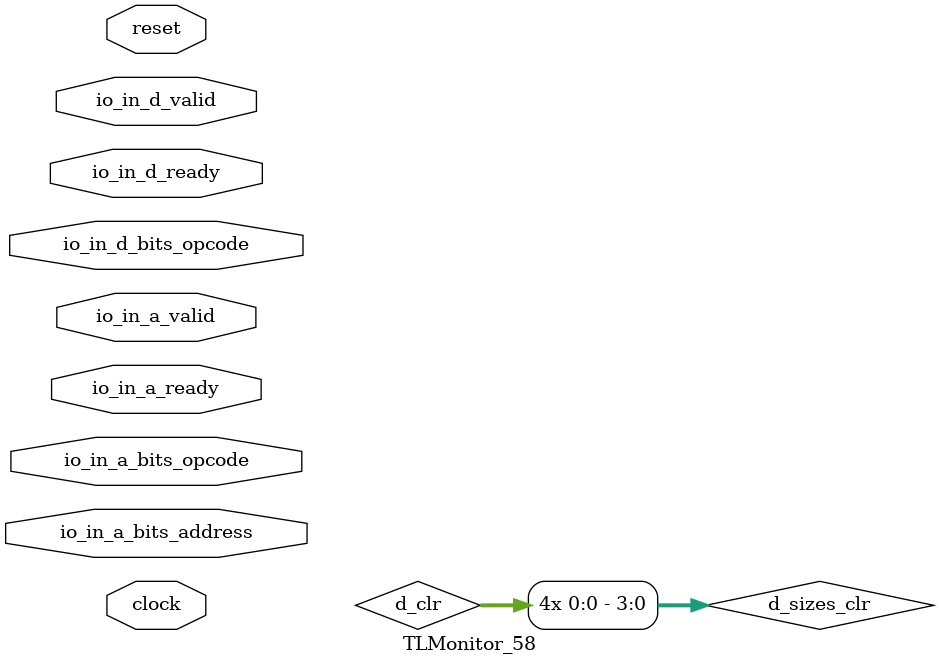
<source format=sv>

`ifndef STOP_COND_
  `ifdef STOP_COND
    `define STOP_COND_ (`STOP_COND)
  `else  // STOP_COND
    `define STOP_COND_ 1
  `endif // STOP_COND
`endif // not def STOP_COND_

// Users can define 'ASSERT_VERBOSE_COND' to add an extra gate to assert error printing.
`ifndef ASSERT_VERBOSE_COND_
  `ifdef ASSERT_VERBOSE_COND
    `define ASSERT_VERBOSE_COND_ (`ASSERT_VERBOSE_COND)
  `else  // ASSERT_VERBOSE_COND
    `define ASSERT_VERBOSE_COND_ 1
  `endif // ASSERT_VERBOSE_COND
`endif // not def ASSERT_VERBOSE_COND_

// Include register initializers in init blocks unless synthesis is set
`ifndef RANDOMIZE
  `ifdef RANDOMIZE_REG_INIT
    `define RANDOMIZE
  `endif // RANDOMIZE_REG_INIT
`endif // not def RANDOMIZE
`ifndef SYNTHESIS
  `ifndef ENABLE_INITIAL_REG_
    `define ENABLE_INITIAL_REG_
  `endif // not def ENABLE_INITIAL_REG_
`endif // not def SYNTHESIS

// Standard header to adapt well known macros for register randomization.

// RANDOM may be set to an expression that produces a 32-bit random unsigned value.
`ifndef RANDOM
  `define RANDOM $random
`endif // not def RANDOM

// Users can define INIT_RANDOM as general code that gets injected into the
// initializer block for modules with registers.
`ifndef INIT_RANDOM
  `define INIT_RANDOM
`endif // not def INIT_RANDOM

// If using random initialization, you can also define RANDOMIZE_DELAY to
// customize the delay used, otherwise 0.002 is used.
`ifndef RANDOMIZE_DELAY
  `define RANDOMIZE_DELAY 0.002
`endif // not def RANDOMIZE_DELAY

// Define INIT_RANDOM_PROLOG_ for use in our modules below.
`ifndef INIT_RANDOM_PROLOG_
  `ifdef RANDOMIZE
    `ifdef VERILATOR
      `define INIT_RANDOM_PROLOG_ `INIT_RANDOM
    `else  // VERILATOR
      `define INIT_RANDOM_PROLOG_ `INIT_RANDOM #`RANDOMIZE_DELAY begin end
    `endif // VERILATOR
  `else  // RANDOMIZE
    `define INIT_RANDOM_PROLOG_
  `endif // RANDOMIZE
`endif // not def INIT_RANDOM_PROLOG_
module TLMonitor_58(	// @[generators/rocket-chip/src/main/scala/tilelink/Monitor.scala:36:7]
  input       clock,	// @[generators/rocket-chip/src/main/scala/tilelink/Monitor.scala:36:7]
  input       reset,	// @[generators/rocket-chip/src/main/scala/tilelink/Monitor.scala:36:7]
  input       io_in_a_ready,	// @[generators/rocket-chip/src/main/scala/tilelink/Monitor.scala:20:14]
  input       io_in_a_valid,	// @[generators/rocket-chip/src/main/scala/tilelink/Monitor.scala:20:14]
  input [2:0] io_in_a_bits_opcode,	// @[generators/rocket-chip/src/main/scala/tilelink/Monitor.scala:20:14]
  input [6:0] io_in_a_bits_address,	// @[generators/rocket-chip/src/main/scala/tilelink/Monitor.scala:20:14]
  input       io_in_d_ready,	// @[generators/rocket-chip/src/main/scala/tilelink/Monitor.scala:20:14]
  input       io_in_d_valid,	// @[generators/rocket-chip/src/main/scala/tilelink/Monitor.scala:20:14]
  input [2:0] io_in_d_bits_opcode	// @[generators/rocket-chip/src/main/scala/tilelink/Monitor.scala:20:14]
);

  wire [31:0] _plusarg_reader_1_out;	// @[generators/rocket-chip/src/main/scala/util/PlusArg.scala:80:11]
  wire [31:0] _plusarg_reader_out;	// @[generators/rocket-chip/src/main/scala/util/PlusArg.scala:80:11]
  wire        a_first_done = io_in_a_ready & io_in_a_valid;	// @[src/main/scala/chisel3/util/Decoupled.scala:51:35]
  reg         a_first_counter;	// @[generators/rocket-chip/src/main/scala/tilelink/Edges.scala:229:27]
  reg  [2:0]  opcode;	// @[generators/rocket-chip/src/main/scala/tilelink/Monitor.scala:387:22]
  reg  [6:0]  address;	// @[generators/rocket-chip/src/main/scala/tilelink/Monitor.scala:391:22]
  reg         d_first_counter;	// @[generators/rocket-chip/src/main/scala/tilelink/Edges.scala:229:27]
  reg  [2:0]  opcode_1;	// @[generators/rocket-chip/src/main/scala/tilelink/Monitor.scala:538:22]
  reg  [1:0]  inflight;	// @[generators/rocket-chip/src/main/scala/tilelink/Monitor.scala:614:27]
  reg  [3:0]  inflight_opcodes;	// @[generators/rocket-chip/src/main/scala/tilelink/Monitor.scala:616:35]
  reg  [3:0]  inflight_sizes;	// @[generators/rocket-chip/src/main/scala/tilelink/Monitor.scala:618:33]
  reg         a_first_counter_1;	// @[generators/rocket-chip/src/main/scala/tilelink/Edges.scala:229:27]
  reg         d_first_counter_1;	// @[generators/rocket-chip/src/main/scala/tilelink/Edges.scala:229:27]
  wire        a_set = a_first_done & ~a_first_counter_1;	// @[generators/rocket-chip/src/main/scala/tilelink/Edges.scala:229:27, :231:25, generators/rocket-chip/src/main/scala/tilelink/Monitor.scala:655:25, src/main/scala/chisel3/util/Decoupled.scala:51:35]
  wire        d_release_ack = io_in_d_bits_opcode == 3'h6;	// @[generators/rocket-chip/src/main/scala/tilelink/Monitor.scala:673:46]
  wire        _GEN = io_in_d_bits_opcode != 3'h6;	// @[generators/rocket-chip/src/main/scala/tilelink/Monitor.scala:673:46, :674:74]
  reg  [31:0] watchdog;	// @[generators/rocket-chip/src/main/scala/tilelink/Monitor.scala:709:27]
  reg  [1:0]  inflight_1;	// @[generators/rocket-chip/src/main/scala/tilelink/Monitor.scala:726:35]
  reg  [3:0]  inflight_sizes_1;	// @[generators/rocket-chip/src/main/scala/tilelink/Monitor.scala:728:35]
  reg         d_first_counter_2;	// @[generators/rocket-chip/src/main/scala/tilelink/Edges.scala:229:27]
  reg  [31:0] watchdog_1;	// @[generators/rocket-chip/src/main/scala/tilelink/Monitor.scala:818:27]
  `ifndef SYNTHESIS	// @[generators/rocket-chip/src/main/scala/tilelink/Monitor.scala:45:11]
    wire [7:0][2:0] _GEN_0 = '{3'h4, 3'h5, 3'h2, 3'h1, 3'h1, 3'h1, 3'h0, 3'h0};
    wire [7:0][2:0] _GEN_1 = '{3'h4, 3'h4, 3'h2, 3'h1, 3'h1, 3'h1, 3'h0, 3'h0};
    wire            _GEN_2 = io_in_a_valid & io_in_a_bits_opcode == 3'h6 & ~reset;	// @[generators/rocket-chip/src/main/scala/tilelink/Monitor.scala:45:11, :84:{25,54}]
    wire            _GEN_3 = io_in_a_valid & (&io_in_a_bits_opcode) & ~reset;	// @[generators/rocket-chip/src/main/scala/tilelink/Monitor.scala:45:11, :95:{25,53}]
    wire            _GEN_4 = {io_in_a_bits_address[6:4] ^ 3'h4, io_in_a_bits_address[2]} == 4'h0 | io_in_a_bits_address[6:3] == 4'hA;	// @[generators/rocket-chip/src/main/scala/diplomacy/Parameters.scala:137:{31,41,46,59}, generators/rocket-chip/src/main/scala/tilelink/Monitor.scala:20:14, :36:7, generators/rocket-chip/src/main/scala/tilelink/Parameters.scala:685:42]
    wire            _GEN_5 = io_in_a_valid & io_in_a_bits_opcode == 3'h4 & ~reset;	// @[generators/rocket-chip/src/main/scala/tilelink/Monitor.scala:36:7, :45:11, :107:{25,45}]
    wire            _GEN_6 = io_in_a_valid & io_in_a_bits_opcode == 3'h0 & ~reset;	// @[generators/rocket-chip/src/main/scala/tilelink/Monitor.scala:36:7, :45:11, :117:{25,53}]
    wire            _GEN_7 = io_in_a_valid & io_in_a_bits_opcode == 3'h1 & ~reset;	// @[generators/rocket-chip/src/main/scala/tilelink/Monitor.scala:36:7, :45:11, :125:{25,56}]
    wire            _GEN_8 = io_in_a_valid & io_in_a_bits_opcode == 3'h2 & ~reset;	// @[generators/rocket-chip/src/main/scala/tilelink/Monitor.scala:45:11, :133:{25,56}]
    wire            _GEN_9 = io_in_a_valid & io_in_a_bits_opcode == 3'h3 & ~reset;	// @[generators/rocket-chip/src/main/scala/tilelink/Monitor.scala:45:11, :141:{25,53}]
    wire            _GEN_10 = io_in_a_valid & io_in_a_bits_opcode == 3'h5 & ~reset;	// @[generators/rocket-chip/src/main/scala/tilelink/Monitor.scala:45:11, :149:{25,46}]
    wire            _GEN_11 = io_in_a_valid & a_first_counter & ~reset;	// @[generators/rocket-chip/src/main/scala/tilelink/Edges.scala:229:27, generators/rocket-chip/src/main/scala/tilelink/Monitor.scala:45:11, :392:19]
    wire            _same_cycle_resp_T_1 = io_in_a_valid & ~a_first_counter_1;	// @[generators/rocket-chip/src/main/scala/tilelink/Edges.scala:229:27, :231:25, generators/rocket-chip/src/main/scala/tilelink/Monitor.scala:651:26]
    wire            _GEN_12 = io_in_d_valid & ~d_first_counter_1;	// @[generators/rocket-chip/src/main/scala/tilelink/Edges.scala:229:27, :231:25, generators/rocket-chip/src/main/scala/tilelink/Monitor.scala:674:26]
    wire            _GEN_13 = _GEN_12 & _GEN;	// @[generators/rocket-chip/src/main/scala/tilelink/Monitor.scala:673:46, :674:{26,74}, :683:71]
    wire            _GEN_14 = _GEN_13 & ~_same_cycle_resp_T_1 & ~reset;	// @[generators/rocket-chip/src/main/scala/tilelink/Monitor.scala:45:11, :52:11, :651:26, :683:71, :687:30]
    wire            _GEN_15 = io_in_d_valid & ~d_first_counter_2 & d_release_ack & ~reset;	// @[generators/rocket-chip/src/main/scala/tilelink/Edges.scala:229:27, :231:25, generators/rocket-chip/src/main/scala/tilelink/Monitor.scala:45:11, :52:11, :673:46, :784:26, :794:71]
    always @(posedge clock) begin	// @[generators/rocket-chip/src/main/scala/tilelink/Monitor.scala:45:11]
      if (_GEN_2) begin	// @[generators/rocket-chip/src/main/scala/tilelink/Monitor.scala:45:11, :84:54]
        if (`ASSERT_VERBOSE_COND_)	// @[generators/rocket-chip/src/main/scala/tilelink/Monitor.scala:45:11]
          $error("Assertion failed: 'A' channel carries AcquireBlock type which is unexpected using diplomatic parameters (connected at generators/rocket-chip/src/main/scala/devices/debug/Debug.scala:706:19)\n    at Monitor.scala:45 assert(cond, message)\n");	// @[generators/rocket-chip/src/main/scala/tilelink/Monitor.scala:45:11]
        if (`STOP_COND_)	// @[generators/rocket-chip/src/main/scala/tilelink/Monitor.scala:45:11]
          $fatal;	// @[generators/rocket-chip/src/main/scala/tilelink/Monitor.scala:45:11]
        if (`ASSERT_VERBOSE_COND_)	// @[generators/rocket-chip/src/main/scala/tilelink/Monitor.scala:45:11]
          $error("Assertion failed: 'A' channel carries AcquireBlock from a client which does not support Probe (connected at generators/rocket-chip/src/main/scala/devices/debug/Debug.scala:706:19)\n    at Monitor.scala:45 assert(cond, message)\n");	// @[generators/rocket-chip/src/main/scala/tilelink/Monitor.scala:45:11]
        if (`STOP_COND_)	// @[generators/rocket-chip/src/main/scala/tilelink/Monitor.scala:45:11]
          $fatal;	// @[generators/rocket-chip/src/main/scala/tilelink/Monitor.scala:45:11]
      end
      if (_GEN_2 & (|(io_in_a_bits_address[1:0]))) begin	// @[generators/rocket-chip/src/main/scala/tilelink/Edges.scala:21:{16,24}, generators/rocket-chip/src/main/scala/tilelink/Monitor.scala:45:11, :84:54]
        if (`ASSERT_VERBOSE_COND_)	// @[generators/rocket-chip/src/main/scala/tilelink/Monitor.scala:45:11]
          $error("Assertion failed: 'A' channel AcquireBlock address not aligned to size (connected at generators/rocket-chip/src/main/scala/devices/debug/Debug.scala:706:19)\n    at Monitor.scala:45 assert(cond, message)\n");	// @[generators/rocket-chip/src/main/scala/tilelink/Monitor.scala:45:11]
        if (`STOP_COND_)	// @[generators/rocket-chip/src/main/scala/tilelink/Monitor.scala:45:11]
          $fatal;	// @[generators/rocket-chip/src/main/scala/tilelink/Monitor.scala:45:11]
      end
      if (_GEN_3) begin	// @[generators/rocket-chip/src/main/scala/tilelink/Monitor.scala:45:11, :95:53]
        if (`ASSERT_VERBOSE_COND_)	// @[generators/rocket-chip/src/main/scala/tilelink/Monitor.scala:45:11]
          $error("Assertion failed: 'A' channel carries AcquirePerm type which is unexpected using diplomatic parameters (connected at generators/rocket-chip/src/main/scala/devices/debug/Debug.scala:706:19)\n    at Monitor.scala:45 assert(cond, message)\n");	// @[generators/rocket-chip/src/main/scala/tilelink/Monitor.scala:45:11]
        if (`STOP_COND_)	// @[generators/rocket-chip/src/main/scala/tilelink/Monitor.scala:45:11]
          $fatal;	// @[generators/rocket-chip/src/main/scala/tilelink/Monitor.scala:45:11]
        if (`ASSERT_VERBOSE_COND_)	// @[generators/rocket-chip/src/main/scala/tilelink/Monitor.scala:45:11]
          $error("Assertion failed: 'A' channel carries AcquirePerm from a client which does not support Probe (connected at generators/rocket-chip/src/main/scala/devices/debug/Debug.scala:706:19)\n    at Monitor.scala:45 assert(cond, message)\n");	// @[generators/rocket-chip/src/main/scala/tilelink/Monitor.scala:45:11]
        if (`STOP_COND_)	// @[generators/rocket-chip/src/main/scala/tilelink/Monitor.scala:45:11]
          $fatal;	// @[generators/rocket-chip/src/main/scala/tilelink/Monitor.scala:45:11]
      end
      if (_GEN_3 & (|(io_in_a_bits_address[1:0]))) begin	// @[generators/rocket-chip/src/main/scala/tilelink/Edges.scala:21:{16,24}, generators/rocket-chip/src/main/scala/tilelink/Monitor.scala:45:11, :95:53]
        if (`ASSERT_VERBOSE_COND_)	// @[generators/rocket-chip/src/main/scala/tilelink/Monitor.scala:45:11]
          $error("Assertion failed: 'A' channel AcquirePerm address not aligned to size (connected at generators/rocket-chip/src/main/scala/devices/debug/Debug.scala:706:19)\n    at Monitor.scala:45 assert(cond, message)\n");	// @[generators/rocket-chip/src/main/scala/tilelink/Monitor.scala:45:11]
        if (`STOP_COND_)	// @[generators/rocket-chip/src/main/scala/tilelink/Monitor.scala:45:11]
          $fatal;	// @[generators/rocket-chip/src/main/scala/tilelink/Monitor.scala:45:11]
      end
      if (_GEN_3) begin	// @[generators/rocket-chip/src/main/scala/tilelink/Monitor.scala:45:11, :95:53]
        if (`ASSERT_VERBOSE_COND_)	// @[generators/rocket-chip/src/main/scala/tilelink/Monitor.scala:45:11]
          $error("Assertion failed: 'A' channel AcquirePerm requests NtoB (connected at generators/rocket-chip/src/main/scala/devices/debug/Debug.scala:706:19)\n    at Monitor.scala:45 assert(cond, message)\n");	// @[generators/rocket-chip/src/main/scala/tilelink/Monitor.scala:45:11]
        if (`STOP_COND_)	// @[generators/rocket-chip/src/main/scala/tilelink/Monitor.scala:45:11]
          $fatal;	// @[generators/rocket-chip/src/main/scala/tilelink/Monitor.scala:45:11]
      end
      if (_GEN_5 & ~_GEN_4) begin	// @[generators/rocket-chip/src/main/scala/tilelink/Monitor.scala:45:11, :107:45, generators/rocket-chip/src/main/scala/tilelink/Parameters.scala:685:42]
        if (`ASSERT_VERBOSE_COND_)	// @[generators/rocket-chip/src/main/scala/tilelink/Monitor.scala:45:11]
          $error("Assertion failed: 'A' channel carries Get type which slave claims it can't support (connected at generators/rocket-chip/src/main/scala/devices/debug/Debug.scala:706:19)\n    at Monitor.scala:45 assert(cond, message)\n");	// @[generators/rocket-chip/src/main/scala/tilelink/Monitor.scala:45:11]
        if (`STOP_COND_)	// @[generators/rocket-chip/src/main/scala/tilelink/Monitor.scala:45:11]
          $fatal;	// @[generators/rocket-chip/src/main/scala/tilelink/Monitor.scala:45:11]
      end
      if (_GEN_5 & (|(io_in_a_bits_address[1:0]))) begin	// @[generators/rocket-chip/src/main/scala/tilelink/Edges.scala:21:{16,24}, generators/rocket-chip/src/main/scala/tilelink/Monitor.scala:45:11, :107:45]
        if (`ASSERT_VERBOSE_COND_)	// @[generators/rocket-chip/src/main/scala/tilelink/Monitor.scala:45:11]
          $error("Assertion failed: 'A' channel Get address not aligned to size (connected at generators/rocket-chip/src/main/scala/devices/debug/Debug.scala:706:19)\n    at Monitor.scala:45 assert(cond, message)\n");	// @[generators/rocket-chip/src/main/scala/tilelink/Monitor.scala:45:11]
        if (`STOP_COND_)	// @[generators/rocket-chip/src/main/scala/tilelink/Monitor.scala:45:11]
          $fatal;	// @[generators/rocket-chip/src/main/scala/tilelink/Monitor.scala:45:11]
      end
      if (_GEN_6 & ~_GEN_4) begin	// @[generators/rocket-chip/src/main/scala/tilelink/Monitor.scala:45:11, :117:53, generators/rocket-chip/src/main/scala/tilelink/Parameters.scala:685:42]
        if (`ASSERT_VERBOSE_COND_)	// @[generators/rocket-chip/src/main/scala/tilelink/Monitor.scala:45:11]
          $error("Assertion failed: 'A' channel carries PutFull type which is unexpected using diplomatic parameters (connected at generators/rocket-chip/src/main/scala/devices/debug/Debug.scala:706:19)\n    at Monitor.scala:45 assert(cond, message)\n");	// @[generators/rocket-chip/src/main/scala/tilelink/Monitor.scala:45:11]
        if (`STOP_COND_)	// @[generators/rocket-chip/src/main/scala/tilelink/Monitor.scala:45:11]
          $fatal;	// @[generators/rocket-chip/src/main/scala/tilelink/Monitor.scala:45:11]
      end
      if (_GEN_6 & (|(io_in_a_bits_address[1:0]))) begin	// @[generators/rocket-chip/src/main/scala/tilelink/Edges.scala:21:{16,24}, generators/rocket-chip/src/main/scala/tilelink/Monitor.scala:45:11, :117:53]
        if (`ASSERT_VERBOSE_COND_)	// @[generators/rocket-chip/src/main/scala/tilelink/Monitor.scala:45:11]
          $error("Assertion failed: 'A' channel PutFull address not aligned to size (connected at generators/rocket-chip/src/main/scala/devices/debug/Debug.scala:706:19)\n    at Monitor.scala:45 assert(cond, message)\n");	// @[generators/rocket-chip/src/main/scala/tilelink/Monitor.scala:45:11]
        if (`STOP_COND_)	// @[generators/rocket-chip/src/main/scala/tilelink/Monitor.scala:45:11]
          $fatal;	// @[generators/rocket-chip/src/main/scala/tilelink/Monitor.scala:45:11]
      end
      if (_GEN_7) begin	// @[generators/rocket-chip/src/main/scala/tilelink/Monitor.scala:45:11, :125:56]
        if (`ASSERT_VERBOSE_COND_)	// @[generators/rocket-chip/src/main/scala/tilelink/Monitor.scala:45:11]
          $error("Assertion failed: 'A' channel carries PutPartial type which is unexpected using diplomatic parameters (connected at generators/rocket-chip/src/main/scala/devices/debug/Debug.scala:706:19)\n    at Monitor.scala:45 assert(cond, message)\n");	// @[generators/rocket-chip/src/main/scala/tilelink/Monitor.scala:45:11]
        if (`STOP_COND_)	// @[generators/rocket-chip/src/main/scala/tilelink/Monitor.scala:45:11]
          $fatal;	// @[generators/rocket-chip/src/main/scala/tilelink/Monitor.scala:45:11]
      end
      if (_GEN_7 & (|(io_in_a_bits_address[1:0]))) begin	// @[generators/rocket-chip/src/main/scala/tilelink/Edges.scala:21:{16,24}, generators/rocket-chip/src/main/scala/tilelink/Monitor.scala:45:11, :125:56]
        if (`ASSERT_VERBOSE_COND_)	// @[generators/rocket-chip/src/main/scala/tilelink/Monitor.scala:45:11]
          $error("Assertion failed: 'A' channel PutPartial address not aligned to size (connected at generators/rocket-chip/src/main/scala/devices/debug/Debug.scala:706:19)\n    at Monitor.scala:45 assert(cond, message)\n");	// @[generators/rocket-chip/src/main/scala/tilelink/Monitor.scala:45:11]
        if (`STOP_COND_)	// @[generators/rocket-chip/src/main/scala/tilelink/Monitor.scala:45:11]
          $fatal;	// @[generators/rocket-chip/src/main/scala/tilelink/Monitor.scala:45:11]
      end
      if (_GEN_8) begin	// @[generators/rocket-chip/src/main/scala/tilelink/Monitor.scala:45:11, :133:56]
        if (`ASSERT_VERBOSE_COND_)	// @[generators/rocket-chip/src/main/scala/tilelink/Monitor.scala:45:11]
          $error("Assertion failed: 'A' channel carries Arithmetic type which is unexpected using diplomatic parameters (connected at generators/rocket-chip/src/main/scala/devices/debug/Debug.scala:706:19)\n    at Monitor.scala:45 assert(cond, message)\n");	// @[generators/rocket-chip/src/main/scala/tilelink/Monitor.scala:45:11]
        if (`STOP_COND_)	// @[generators/rocket-chip/src/main/scala/tilelink/Monitor.scala:45:11]
          $fatal;	// @[generators/rocket-chip/src/main/scala/tilelink/Monitor.scala:45:11]
      end
      if (_GEN_8 & (|(io_in_a_bits_address[1:0]))) begin	// @[generators/rocket-chip/src/main/scala/tilelink/Edges.scala:21:{16,24}, generators/rocket-chip/src/main/scala/tilelink/Monitor.scala:45:11, :133:56]
        if (`ASSERT_VERBOSE_COND_)	// @[generators/rocket-chip/src/main/scala/tilelink/Monitor.scala:45:11]
          $error("Assertion failed: 'A' channel Arithmetic address not aligned to size (connected at generators/rocket-chip/src/main/scala/devices/debug/Debug.scala:706:19)\n    at Monitor.scala:45 assert(cond, message)\n");	// @[generators/rocket-chip/src/main/scala/tilelink/Monitor.scala:45:11]
        if (`STOP_COND_)	// @[generators/rocket-chip/src/main/scala/tilelink/Monitor.scala:45:11]
          $fatal;	// @[generators/rocket-chip/src/main/scala/tilelink/Monitor.scala:45:11]
      end
      if (_GEN_9) begin	// @[generators/rocket-chip/src/main/scala/tilelink/Monitor.scala:45:11, :141:53]
        if (`ASSERT_VERBOSE_COND_)	// @[generators/rocket-chip/src/main/scala/tilelink/Monitor.scala:45:11]
          $error("Assertion failed: 'A' channel carries Logical type which is unexpected using diplomatic parameters (connected at generators/rocket-chip/src/main/scala/devices/debug/Debug.scala:706:19)\n    at Monitor.scala:45 assert(cond, message)\n");	// @[generators/rocket-chip/src/main/scala/tilelink/Monitor.scala:45:11]
        if (`STOP_COND_)	// @[generators/rocket-chip/src/main/scala/tilelink/Monitor.scala:45:11]
          $fatal;	// @[generators/rocket-chip/src/main/scala/tilelink/Monitor.scala:45:11]
      end
      if (_GEN_9 & (|(io_in_a_bits_address[1:0]))) begin	// @[generators/rocket-chip/src/main/scala/tilelink/Edges.scala:21:{16,24}, generators/rocket-chip/src/main/scala/tilelink/Monitor.scala:45:11, :141:53]
        if (`ASSERT_VERBOSE_COND_)	// @[generators/rocket-chip/src/main/scala/tilelink/Monitor.scala:45:11]
          $error("Assertion failed: 'A' channel Logical address not aligned to size (connected at generators/rocket-chip/src/main/scala/devices/debug/Debug.scala:706:19)\n    at Monitor.scala:45 assert(cond, message)\n");	// @[generators/rocket-chip/src/main/scala/tilelink/Monitor.scala:45:11]
        if (`STOP_COND_)	// @[generators/rocket-chip/src/main/scala/tilelink/Monitor.scala:45:11]
          $fatal;	// @[generators/rocket-chip/src/main/scala/tilelink/Monitor.scala:45:11]
      end
      if (_GEN_10) begin	// @[generators/rocket-chip/src/main/scala/tilelink/Monitor.scala:45:11, :149:46]
        if (`ASSERT_VERBOSE_COND_)	// @[generators/rocket-chip/src/main/scala/tilelink/Monitor.scala:45:11]
          $error("Assertion failed: 'A' channel carries Hint type which is unexpected using diplomatic parameters (connected at generators/rocket-chip/src/main/scala/devices/debug/Debug.scala:706:19)\n    at Monitor.scala:45 assert(cond, message)\n");	// @[generators/rocket-chip/src/main/scala/tilelink/Monitor.scala:45:11]
        if (`STOP_COND_)	// @[generators/rocket-chip/src/main/scala/tilelink/Monitor.scala:45:11]
          $fatal;	// @[generators/rocket-chip/src/main/scala/tilelink/Monitor.scala:45:11]
      end
      if (_GEN_10 & (|(io_in_a_bits_address[1:0]))) begin	// @[generators/rocket-chip/src/main/scala/tilelink/Edges.scala:21:{16,24}, generators/rocket-chip/src/main/scala/tilelink/Monitor.scala:45:11, :149:46]
        if (`ASSERT_VERBOSE_COND_)	// @[generators/rocket-chip/src/main/scala/tilelink/Monitor.scala:45:11]
          $error("Assertion failed: 'A' channel Hint address not aligned to size (connected at generators/rocket-chip/src/main/scala/devices/debug/Debug.scala:706:19)\n    at Monitor.scala:45 assert(cond, message)\n");	// @[generators/rocket-chip/src/main/scala/tilelink/Monitor.scala:45:11]
        if (`STOP_COND_)	// @[generators/rocket-chip/src/main/scala/tilelink/Monitor.scala:45:11]
          $fatal;	// @[generators/rocket-chip/src/main/scala/tilelink/Monitor.scala:45:11]
      end
      if (io_in_d_valid & ~reset & (&io_in_d_bits_opcode)) begin	// @[generators/rocket-chip/src/main/scala/tilelink/Bundles.scala:45:24, generators/rocket-chip/src/main/scala/tilelink/Monitor.scala:45:11, :52:11]
        if (`ASSERT_VERBOSE_COND_)	// @[generators/rocket-chip/src/main/scala/tilelink/Monitor.scala:52:11]
          $error("Assertion failed: 'D' channel has invalid opcode (connected at generators/rocket-chip/src/main/scala/devices/debug/Debug.scala:706:19)\n    at Monitor.scala:52 assert(cond, message)\n");	// @[generators/rocket-chip/src/main/scala/tilelink/Monitor.scala:52:11]
        if (`STOP_COND_)	// @[generators/rocket-chip/src/main/scala/tilelink/Monitor.scala:52:11]
          $fatal;	// @[generators/rocket-chip/src/main/scala/tilelink/Monitor.scala:52:11]
      end
      if (io_in_d_valid & io_in_d_bits_opcode == 3'h4 & ~reset) begin	// @[generators/rocket-chip/src/main/scala/tilelink/Monitor.scala:36:7, :45:11, :52:11, :321:{25,47}]
        if (`ASSERT_VERBOSE_COND_)	// @[generators/rocket-chip/src/main/scala/tilelink/Monitor.scala:52:11]
          $error("Assertion failed: 'D' channel Grant carries invalid sink ID (connected at generators/rocket-chip/src/main/scala/devices/debug/Debug.scala:706:19)\n    at Monitor.scala:52 assert(cond, message)\n");	// @[generators/rocket-chip/src/main/scala/tilelink/Monitor.scala:52:11]
        if (`STOP_COND_)	// @[generators/rocket-chip/src/main/scala/tilelink/Monitor.scala:52:11]
          $fatal;	// @[generators/rocket-chip/src/main/scala/tilelink/Monitor.scala:52:11]
      end
      if (io_in_d_valid & io_in_d_bits_opcode == 3'h5 & ~reset) begin	// @[generators/rocket-chip/src/main/scala/tilelink/Monitor.scala:45:11, :52:11, :331:{25,51}]
        if (`ASSERT_VERBOSE_COND_)	// @[generators/rocket-chip/src/main/scala/tilelink/Monitor.scala:52:11]
          $error("Assertion failed: 'D' channel GrantData carries invalid sink ID (connected at generators/rocket-chip/src/main/scala/devices/debug/Debug.scala:706:19)\n    at Monitor.scala:52 assert(cond, message)\n");	// @[generators/rocket-chip/src/main/scala/tilelink/Monitor.scala:52:11]
        if (`STOP_COND_)	// @[generators/rocket-chip/src/main/scala/tilelink/Monitor.scala:52:11]
          $fatal;	// @[generators/rocket-chip/src/main/scala/tilelink/Monitor.scala:52:11]
      end
      if (_GEN_11 & io_in_a_bits_opcode != opcode) begin	// @[generators/rocket-chip/src/main/scala/tilelink/Monitor.scala:45:11, :387:22, :392:19, :393:32]
        if (`ASSERT_VERBOSE_COND_)	// @[generators/rocket-chip/src/main/scala/tilelink/Monitor.scala:45:11]
          $error("Assertion failed: 'A' channel opcode changed within multibeat operation (connected at generators/rocket-chip/src/main/scala/devices/debug/Debug.scala:706:19)\n    at Monitor.scala:45 assert(cond, message)\n");	// @[generators/rocket-chip/src/main/scala/tilelink/Monitor.scala:45:11]
        if (`STOP_COND_)	// @[generators/rocket-chip/src/main/scala/tilelink/Monitor.scala:45:11]
          $fatal;	// @[generators/rocket-chip/src/main/scala/tilelink/Monitor.scala:45:11]
      end
      if (_GEN_11 & io_in_a_bits_address != address) begin	// @[generators/rocket-chip/src/main/scala/tilelink/Monitor.scala:45:11, :391:22, :392:19, :397:32]
        if (`ASSERT_VERBOSE_COND_)	// @[generators/rocket-chip/src/main/scala/tilelink/Monitor.scala:45:11]
          $error("Assertion failed: 'A' channel address changed with multibeat operation (connected at generators/rocket-chip/src/main/scala/devices/debug/Debug.scala:706:19)\n    at Monitor.scala:45 assert(cond, message)\n");	// @[generators/rocket-chip/src/main/scala/tilelink/Monitor.scala:45:11]
        if (`STOP_COND_)	// @[generators/rocket-chip/src/main/scala/tilelink/Monitor.scala:45:11]
          $fatal;	// @[generators/rocket-chip/src/main/scala/tilelink/Monitor.scala:45:11]
      end
      if (io_in_d_valid & d_first_counter & ~reset & io_in_d_bits_opcode != opcode_1) begin	// @[generators/rocket-chip/src/main/scala/tilelink/Edges.scala:229:27, generators/rocket-chip/src/main/scala/tilelink/Monitor.scala:45:11, :52:11, :538:22, :544:19, :545:29]
        if (`ASSERT_VERBOSE_COND_)	// @[generators/rocket-chip/src/main/scala/tilelink/Monitor.scala:52:11]
          $error("Assertion failed: 'D' channel opcode changed within multibeat operation (connected at generators/rocket-chip/src/main/scala/devices/debug/Debug.scala:706:19)\n    at Monitor.scala:52 assert(cond, message)\n");	// @[generators/rocket-chip/src/main/scala/tilelink/Monitor.scala:52:11]
        if (`STOP_COND_)	// @[generators/rocket-chip/src/main/scala/tilelink/Monitor.scala:52:11]
          $fatal;	// @[generators/rocket-chip/src/main/scala/tilelink/Monitor.scala:52:11]
      end
      if (a_set & ~reset & inflight[0]) begin	// @[generators/rocket-chip/src/main/scala/tilelink/Monitor.scala:45:11, :614:27, :655:25, :661:26]
        if (`ASSERT_VERBOSE_COND_)	// @[generators/rocket-chip/src/main/scala/tilelink/Monitor.scala:45:11]
          $error("Assertion failed: 'A' channel re-used a source ID (connected at generators/rocket-chip/src/main/scala/devices/debug/Debug.scala:706:19)\n    at Monitor.scala:45 assert(cond, message)\n");	// @[generators/rocket-chip/src/main/scala/tilelink/Monitor.scala:45:11]
        if (`STOP_COND_)	// @[generators/rocket-chip/src/main/scala/tilelink/Monitor.scala:45:11]
          $fatal;	// @[generators/rocket-chip/src/main/scala/tilelink/Monitor.scala:45:11]
      end
      if (_GEN_13 & ~reset & ~(inflight[0] | _same_cycle_resp_T_1)) begin	// @[generators/rocket-chip/src/main/scala/tilelink/Monitor.scala:45:11, :52:11, :614:27, :651:26, :661:26, :683:71, :685:49]
        if (`ASSERT_VERBOSE_COND_)	// @[generators/rocket-chip/src/main/scala/tilelink/Monitor.scala:52:11]
          $error("Assertion failed: 'D' channel acknowledged for nothing inflight (connected at generators/rocket-chip/src/main/scala/devices/debug/Debug.scala:706:19)\n    at Monitor.scala:52 assert(cond, message)\n");	// @[generators/rocket-chip/src/main/scala/tilelink/Monitor.scala:52:11]
        if (`STOP_COND_)	// @[generators/rocket-chip/src/main/scala/tilelink/Monitor.scala:52:11]
          $fatal;	// @[generators/rocket-chip/src/main/scala/tilelink/Monitor.scala:52:11]
      end
      if (_GEN_13 & _same_cycle_resp_T_1 & ~reset & ~(io_in_d_bits_opcode == _GEN_1[io_in_a_bits_opcode] | io_in_d_bits_opcode == _GEN_0[io_in_a_bits_opcode])) begin	// @[generators/rocket-chip/src/main/scala/tilelink/Monitor.scala:45:11, :52:11, :651:26, :683:71, :687:30, :688:{38,77}, :689:39]
        if (`ASSERT_VERBOSE_COND_)	// @[generators/rocket-chip/src/main/scala/tilelink/Monitor.scala:52:11]
          $error("Assertion failed: 'D' channel contains improper opcode response (connected at generators/rocket-chip/src/main/scala/devices/debug/Debug.scala:706:19)\n    at Monitor.scala:52 assert(cond, message)\n");	// @[generators/rocket-chip/src/main/scala/tilelink/Monitor.scala:52:11]
        if (`STOP_COND_)	// @[generators/rocket-chip/src/main/scala/tilelink/Monitor.scala:52:11]
          $fatal;	// @[generators/rocket-chip/src/main/scala/tilelink/Monitor.scala:52:11]
      end
      if (_GEN_14 & ~(io_in_d_bits_opcode == _GEN_1[inflight_opcodes[3:1]] | io_in_d_bits_opcode == _GEN_0[inflight_opcodes[3:1]])) begin	// @[generators/rocket-chip/src/main/scala/tilelink/Monitor.scala:52:11, :616:35, :637:152, :687:30, :692:{38,72}, :693:38]
        if (`ASSERT_VERBOSE_COND_)	// @[generators/rocket-chip/src/main/scala/tilelink/Monitor.scala:52:11]
          $error("Assertion failed: 'D' channel contains improper opcode response (connected at generators/rocket-chip/src/main/scala/devices/debug/Debug.scala:706:19)\n    at Monitor.scala:52 assert(cond, message)\n");	// @[generators/rocket-chip/src/main/scala/tilelink/Monitor.scala:52:11]
        if (`STOP_COND_)	// @[generators/rocket-chip/src/main/scala/tilelink/Monitor.scala:52:11]
          $fatal;	// @[generators/rocket-chip/src/main/scala/tilelink/Monitor.scala:52:11]
      end
      if (_GEN_14 & inflight_sizes[3:1] != 3'h2) begin	// @[generators/rocket-chip/src/main/scala/tilelink/Monitor.scala:52:11, :618:33, :641:144, :687:30, :694:36]
        if (`ASSERT_VERBOSE_COND_)	// @[generators/rocket-chip/src/main/scala/tilelink/Monitor.scala:52:11]
          $error("Assertion failed: 'D' channel contains improper response size (connected at generators/rocket-chip/src/main/scala/devices/debug/Debug.scala:706:19)\n    at Monitor.scala:52 assert(cond, message)\n");	// @[generators/rocket-chip/src/main/scala/tilelink/Monitor.scala:52:11]
        if (`STOP_COND_)	// @[generators/rocket-chip/src/main/scala/tilelink/Monitor.scala:52:11]
          $fatal;	// @[generators/rocket-chip/src/main/scala/tilelink/Monitor.scala:52:11]
      end
      if (_GEN_12 & ~a_first_counter_1 & io_in_a_valid & _GEN & ~reset & ~(~io_in_d_ready | io_in_a_ready)) begin	// @[generators/rocket-chip/src/main/scala/tilelink/Edges.scala:229:27, :231:25, generators/rocket-chip/src/main/scala/tilelink/Monitor.scala:45:11, :52:11, :673:46, :674:{26,74}, :697:{36,47,116}, :698:{15,32}]
        if (`ASSERT_VERBOSE_COND_)	// @[generators/rocket-chip/src/main/scala/tilelink/Monitor.scala:52:11]
          $error("Assertion failed: ready check\n    at Monitor.scala:52 assert(cond, message)\n");	// @[generators/rocket-chip/src/main/scala/tilelink/Monitor.scala:52:11]
        if (`STOP_COND_)	// @[generators/rocket-chip/src/main/scala/tilelink/Monitor.scala:52:11]
          $fatal;	// @[generators/rocket-chip/src/main/scala/tilelink/Monitor.scala:52:11]
      end
      if (~reset & ~(inflight == 2'h0 | _plusarg_reader_out == 32'h0 | watchdog < _plusarg_reader_out)) begin	// @[generators/rocket-chip/src/main/scala/tilelink/Monitor.scala:36:7, :45:11, :614:27, :709:27, :712:{26,30,39,47,59}, generators/rocket-chip/src/main/scala/util/PlusArg.scala:80:11]
        if (`ASSERT_VERBOSE_COND_)	// @[generators/rocket-chip/src/main/scala/tilelink/Monitor.scala:45:11]
          $error("Assertion failed: TileLink timeout expired (connected at generators/rocket-chip/src/main/scala/devices/debug/Debug.scala:706:19)\n    at Monitor.scala:45 assert(cond, message)\n");	// @[generators/rocket-chip/src/main/scala/tilelink/Monitor.scala:45:11]
        if (`STOP_COND_)	// @[generators/rocket-chip/src/main/scala/tilelink/Monitor.scala:45:11]
          $fatal;	// @[generators/rocket-chip/src/main/scala/tilelink/Monitor.scala:45:11]
      end
      if (_GEN_15 & ~(inflight_1[0])) begin	// @[generators/rocket-chip/src/main/scala/tilelink/Monitor.scala:52:11, :726:35, :784:26, :794:71, :796:25]
        if (`ASSERT_VERBOSE_COND_)	// @[generators/rocket-chip/src/main/scala/tilelink/Monitor.scala:52:11]
          $error("Assertion failed: 'D' channel acknowledged for nothing inflight (connected at generators/rocket-chip/src/main/scala/devices/debug/Debug.scala:706:19)\n    at Monitor.scala:52 assert(cond, message)\n");	// @[generators/rocket-chip/src/main/scala/tilelink/Monitor.scala:52:11]
        if (`STOP_COND_)	// @[generators/rocket-chip/src/main/scala/tilelink/Monitor.scala:52:11]
          $fatal;	// @[generators/rocket-chip/src/main/scala/tilelink/Monitor.scala:52:11]
      end
      if (_GEN_15 & inflight_sizes_1[3:1] != 3'h2) begin	// @[generators/rocket-chip/src/main/scala/tilelink/Monitor.scala:52:11, :728:35, :750:146, :784:26, :794:71, :800:36]
        if (`ASSERT_VERBOSE_COND_)	// @[generators/rocket-chip/src/main/scala/tilelink/Monitor.scala:52:11]
          $error("Assertion failed: 'D' channel contains improper response size (connected at generators/rocket-chip/src/main/scala/devices/debug/Debug.scala:706:19)\n    at Monitor.scala:52 assert(cond, message)\n");	// @[generators/rocket-chip/src/main/scala/tilelink/Monitor.scala:52:11]
        if (`STOP_COND_)	// @[generators/rocket-chip/src/main/scala/tilelink/Monitor.scala:52:11]
          $fatal;	// @[generators/rocket-chip/src/main/scala/tilelink/Monitor.scala:52:11]
      end
      if (~reset & ~(inflight_1 == 2'h0 | _plusarg_reader_1_out == 32'h0 | watchdog_1 < _plusarg_reader_1_out)) begin	// @[generators/rocket-chip/src/main/scala/tilelink/Monitor.scala:36:7, :45:11, :726:35, :818:27, :821:{26,30,39,47,59}, generators/rocket-chip/src/main/scala/util/PlusArg.scala:80:11]
        if (`ASSERT_VERBOSE_COND_)	// @[generators/rocket-chip/src/main/scala/tilelink/Monitor.scala:45:11]
          $error("Assertion failed: TileLink timeout expired (connected at generators/rocket-chip/src/main/scala/devices/debug/Debug.scala:706:19)\n    at Monitor.scala:45 assert(cond, message)\n");	// @[generators/rocket-chip/src/main/scala/tilelink/Monitor.scala:45:11]
        if (`STOP_COND_)	// @[generators/rocket-chip/src/main/scala/tilelink/Monitor.scala:45:11]
          $fatal;	// @[generators/rocket-chip/src/main/scala/tilelink/Monitor.scala:45:11]
      end
    end // always @(posedge)
  `endif // not def SYNTHESIS
  wire        d_first_done = io_in_d_ready & io_in_d_valid;	// @[src/main/scala/chisel3/util/Decoupled.scala:51:35]
  wire        d_clr = d_first_done & ~d_first_counter_1 & _GEN;	// @[generators/rocket-chip/src/main/scala/tilelink/Edges.scala:229:27, :231:25, generators/rocket-chip/src/main/scala/tilelink/Monitor.scala:673:46, :674:74, :678:{25,70}, src/main/scala/chisel3/util/Decoupled.scala:51:35]
  wire [3:0]  d_sizes_clr = {4{d_clr}};	// @[generators/rocket-chip/src/main/scala/tilelink/Monitor.scala:668:33, :678:{25,70,89}, :680:21]
  wire        d_clr_1 = d_first_done & ~d_first_counter_2 & d_release_ack;	// @[generators/rocket-chip/src/main/scala/tilelink/Edges.scala:229:27, :231:25, generators/rocket-chip/src/main/scala/tilelink/Monitor.scala:673:46, :788:{25,70}, src/main/scala/chisel3/util/Decoupled.scala:51:35]
  always @(posedge clock) begin	// @[generators/rocket-chip/src/main/scala/tilelink/Monitor.scala:36:7]
    if (reset) begin	// @[generators/rocket-chip/src/main/scala/tilelink/Monitor.scala:36:7]
      a_first_counter <= 1'h0;	// @[generators/rocket-chip/src/main/scala/tilelink/Edges.scala:229:27]
      d_first_counter <= 1'h0;	// @[generators/rocket-chip/src/main/scala/tilelink/Edges.scala:229:27]
      inflight <= 2'h0;	// @[generators/rocket-chip/src/main/scala/tilelink/Monitor.scala:36:7, :614:27]
      inflight_opcodes <= 4'h0;	// @[generators/rocket-chip/src/main/scala/tilelink/Monitor.scala:616:35]
      inflight_sizes <= 4'h0;	// @[generators/rocket-chip/src/main/scala/tilelink/Monitor.scala:618:33]
      a_first_counter_1 <= 1'h0;	// @[generators/rocket-chip/src/main/scala/tilelink/Edges.scala:229:27]
      d_first_counter_1 <= 1'h0;	// @[generators/rocket-chip/src/main/scala/tilelink/Edges.scala:229:27]
      watchdog <= 32'h0;	// @[generators/rocket-chip/src/main/scala/tilelink/Monitor.scala:709:27]
      inflight_1 <= 2'h0;	// @[generators/rocket-chip/src/main/scala/tilelink/Monitor.scala:36:7, :726:35]
      inflight_sizes_1 <= 4'h0;	// @[generators/rocket-chip/src/main/scala/tilelink/Monitor.scala:728:35]
      d_first_counter_2 <= 1'h0;	// @[generators/rocket-chip/src/main/scala/tilelink/Edges.scala:229:27]
      watchdog_1 <= 32'h0;	// @[generators/rocket-chip/src/main/scala/tilelink/Monitor.scala:818:27]
    end
    else begin	// @[generators/rocket-chip/src/main/scala/tilelink/Monitor.scala:36:7]
      a_first_counter <= (~a_first_done | a_first_counter - 1'h1) & a_first_counter;	// @[generators/rocket-chip/src/main/scala/tilelink/Edges.scala:229:27, :230:28, :235:17, :236:15, src/main/scala/chisel3/util/Decoupled.scala:51:35]
      d_first_counter <= (~d_first_done | d_first_counter - 1'h1) & d_first_counter;	// @[generators/rocket-chip/src/main/scala/tilelink/Edges.scala:229:27, :230:28, :235:17, :236:15, src/main/scala/chisel3/util/Decoupled.scala:51:35]
      inflight <= {1'h0, (inflight[0] | a_set) & ~d_clr};	// @[generators/rocket-chip/src/main/scala/tilelink/Monitor.scala:614:27, :655:25, :661:26, :678:{25,70}, :705:{27,36,38}]
      inflight_opcodes <= (inflight_opcodes | (a_set ? {io_in_a_bits_opcode, 1'h1} : 4'h0)) & ~d_sizes_clr;	// @[generators/rocket-chip/src/main/scala/tilelink/Monitor.scala:616:35, :630:33, :655:{25,70}, :657:61, :659:28, :668:33, :678:89, :680:21, :706:{43,60,62}]
      inflight_sizes <= (inflight_sizes | (a_set ? {1'h0, a_set ? 3'h5 : 3'h0} : 4'h0)) & ~d_sizes_clr;	// @[generators/rocket-chip/src/main/scala/tilelink/Monitor.scala:36:7, :618:33, :632:31, :648:38, :655:{25,70}, :658:28, :660:28, :668:33, :678:89, :680:21, :707:{39,54,56}]
      a_first_counter_1 <= (~a_first_done | a_first_counter_1 - 1'h1) & a_first_counter_1;	// @[generators/rocket-chip/src/main/scala/tilelink/Edges.scala:229:27, :230:28, :235:17, :236:15, src/main/scala/chisel3/util/Decoupled.scala:51:35]
      d_first_counter_1 <= (~d_first_done | d_first_counter_1 - 1'h1) & d_first_counter_1;	// @[generators/rocket-chip/src/main/scala/tilelink/Edges.scala:229:27, :230:28, :235:17, :236:15, src/main/scala/chisel3/util/Decoupled.scala:51:35]
      watchdog <= a_first_done | d_first_done ? 32'h0 : watchdog + 32'h1;	// @[generators/rocket-chip/src/main/scala/tilelink/Monitor.scala:709:27, :714:{14,26}, :715:{25,43,54}, src/main/scala/chisel3/util/Decoupled.scala:51:35]
      inflight_1 <= {1'h0, inflight_1[0] & ~d_clr_1};	// @[generators/rocket-chip/src/main/scala/tilelink/Monitor.scala:726:35, :788:{25,70}, :796:25, :814:{44,46}]
      inflight_sizes_1 <= inflight_sizes_1 & ~{4{d_clr_1}};	// @[generators/rocket-chip/src/main/scala/tilelink/Monitor.scala:728:35, :777:34, :788:{25,70,88}, :791:21, :816:{56,58}]
      d_first_counter_2 <= (~d_first_done | d_first_counter_2 - 1'h1) & d_first_counter_2;	// @[generators/rocket-chip/src/main/scala/tilelink/Edges.scala:229:27, :230:28, :235:17, :236:15, src/main/scala/chisel3/util/Decoupled.scala:51:35]
      watchdog_1 <= d_first_done ? 32'h0 : watchdog_1 + 32'h1;	// @[generators/rocket-chip/src/main/scala/tilelink/Monitor.scala:818:27, :823:{14,26}, :824:{43,54}, src/main/scala/chisel3/util/Decoupled.scala:51:35]
    end
    if (a_first_done & ~a_first_counter) begin	// @[generators/rocket-chip/src/main/scala/tilelink/Edges.scala:229:27, :231:25, generators/rocket-chip/src/main/scala/tilelink/Monitor.scala:399:18, src/main/scala/chisel3/util/Decoupled.scala:51:35]
      opcode <= io_in_a_bits_opcode;	// @[generators/rocket-chip/src/main/scala/tilelink/Monitor.scala:387:22]
      address <= io_in_a_bits_address;	// @[generators/rocket-chip/src/main/scala/tilelink/Monitor.scala:391:22]
    end
    if (d_first_done & ~d_first_counter)	// @[generators/rocket-chip/src/main/scala/tilelink/Edges.scala:229:27, :231:25, generators/rocket-chip/src/main/scala/tilelink/Monitor.scala:552:18, src/main/scala/chisel3/util/Decoupled.scala:51:35]
      opcode_1 <= io_in_d_bits_opcode;	// @[generators/rocket-chip/src/main/scala/tilelink/Monitor.scala:538:22]
  end // always @(posedge)
  `ifdef ENABLE_INITIAL_REG_	// @[generators/rocket-chip/src/main/scala/tilelink/Monitor.scala:36:7]
    `ifdef FIRRTL_BEFORE_INITIAL	// @[generators/rocket-chip/src/main/scala/tilelink/Monitor.scala:36:7]
      `FIRRTL_BEFORE_INITIAL	// @[generators/rocket-chip/src/main/scala/tilelink/Monitor.scala:36:7]
    `endif // FIRRTL_BEFORE_INITIAL
    logic [31:0] _RANDOM[0:3];	// @[generators/rocket-chip/src/main/scala/tilelink/Monitor.scala:36:7]
    initial begin	// @[generators/rocket-chip/src/main/scala/tilelink/Monitor.scala:36:7]
      `ifdef INIT_RANDOM_PROLOG_	// @[generators/rocket-chip/src/main/scala/tilelink/Monitor.scala:36:7]
        `INIT_RANDOM_PROLOG_	// @[generators/rocket-chip/src/main/scala/tilelink/Monitor.scala:36:7]
      `endif // INIT_RANDOM_PROLOG_
      `ifdef RANDOMIZE_REG_INIT	// @[generators/rocket-chip/src/main/scala/tilelink/Monitor.scala:36:7]
        for (logic [2:0] i = 3'h0; i < 3'h4; i += 3'h1) begin
          _RANDOM[i[1:0]] = `RANDOM;	// @[generators/rocket-chip/src/main/scala/tilelink/Monitor.scala:36:7]
        end	// @[generators/rocket-chip/src/main/scala/tilelink/Monitor.scala:36:7]
        a_first_counter = _RANDOM[2'h0][0];	// @[generators/rocket-chip/src/main/scala/tilelink/Edges.scala:229:27, generators/rocket-chip/src/main/scala/tilelink/Monitor.scala:36:7]
        opcode = _RANDOM[2'h0][3:1];	// @[generators/rocket-chip/src/main/scala/tilelink/Edges.scala:229:27, generators/rocket-chip/src/main/scala/tilelink/Monitor.scala:36:7, :387:22]
        address = _RANDOM[2'h0][16:10];	// @[generators/rocket-chip/src/main/scala/tilelink/Edges.scala:229:27, generators/rocket-chip/src/main/scala/tilelink/Monitor.scala:36:7, :391:22]
        d_first_counter = _RANDOM[2'h0][17];	// @[generators/rocket-chip/src/main/scala/tilelink/Edges.scala:229:27, generators/rocket-chip/src/main/scala/tilelink/Monitor.scala:36:7]
        opcode_1 = _RANDOM[2'h0][20:18];	// @[generators/rocket-chip/src/main/scala/tilelink/Edges.scala:229:27, generators/rocket-chip/src/main/scala/tilelink/Monitor.scala:36:7, :538:22]
        inflight = _RANDOM[2'h0][29:28];	// @[generators/rocket-chip/src/main/scala/tilelink/Edges.scala:229:27, generators/rocket-chip/src/main/scala/tilelink/Monitor.scala:36:7, :614:27]
        inflight_opcodes = {_RANDOM[2'h0][31:30], _RANDOM[2'h1][1:0]};	// @[generators/rocket-chip/src/main/scala/tilelink/Edges.scala:229:27, generators/rocket-chip/src/main/scala/tilelink/Monitor.scala:36:7, :616:35]
        inflight_sizes = _RANDOM[2'h1][5:2];	// @[generators/rocket-chip/src/main/scala/tilelink/Monitor.scala:36:7, :616:35, :618:33]
        a_first_counter_1 = _RANDOM[2'h1][6];	// @[generators/rocket-chip/src/main/scala/tilelink/Edges.scala:229:27, generators/rocket-chip/src/main/scala/tilelink/Monitor.scala:36:7, :616:35]
        d_first_counter_1 = _RANDOM[2'h1][7];	// @[generators/rocket-chip/src/main/scala/tilelink/Edges.scala:229:27, generators/rocket-chip/src/main/scala/tilelink/Monitor.scala:36:7, :616:35]
        watchdog = {_RANDOM[2'h1][31:8], _RANDOM[2'h2][7:0]};	// @[generators/rocket-chip/src/main/scala/tilelink/Monitor.scala:36:7, :616:35, :709:27]
        inflight_1 = _RANDOM[2'h2][9:8];	// @[generators/rocket-chip/src/main/scala/tilelink/Monitor.scala:36:7, :709:27, :726:35]
        inflight_sizes_1 = _RANDOM[2'h2][17:14];	// @[generators/rocket-chip/src/main/scala/tilelink/Monitor.scala:36:7, :709:27, :728:35]
        d_first_counter_2 = _RANDOM[2'h2][19];	// @[generators/rocket-chip/src/main/scala/tilelink/Edges.scala:229:27, generators/rocket-chip/src/main/scala/tilelink/Monitor.scala:36:7, :709:27]
        watchdog_1 = {_RANDOM[2'h2][31:20], _RANDOM[2'h3][19:0]};	// @[generators/rocket-chip/src/main/scala/tilelink/Monitor.scala:36:7, :709:27, :818:27]
      `endif // RANDOMIZE_REG_INIT
    end // initial
    `ifdef FIRRTL_AFTER_INITIAL	// @[generators/rocket-chip/src/main/scala/tilelink/Monitor.scala:36:7]
      `FIRRTL_AFTER_INITIAL	// @[generators/rocket-chip/src/main/scala/tilelink/Monitor.scala:36:7]
    `endif // FIRRTL_AFTER_INITIAL
  `endif // ENABLE_INITIAL_REG_
  plusarg_reader #(
    .DEFAULT(0),
    .FORMAT("tilelink_timeout=%d"),
    .WIDTH(32)
  ) plusarg_reader (	// @[generators/rocket-chip/src/main/scala/util/PlusArg.scala:80:11]
    .out (_plusarg_reader_out)
  );	// @[generators/rocket-chip/src/main/scala/util/PlusArg.scala:80:11]
  plusarg_reader #(
    .DEFAULT(0),
    .FORMAT("tilelink_timeout=%d"),
    .WIDTH(32)
  ) plusarg_reader_1 (	// @[generators/rocket-chip/src/main/scala/util/PlusArg.scala:80:11]
    .out (_plusarg_reader_1_out)
  );	// @[generators/rocket-chip/src/main/scala/util/PlusArg.scala:80:11]
endmodule


</source>
